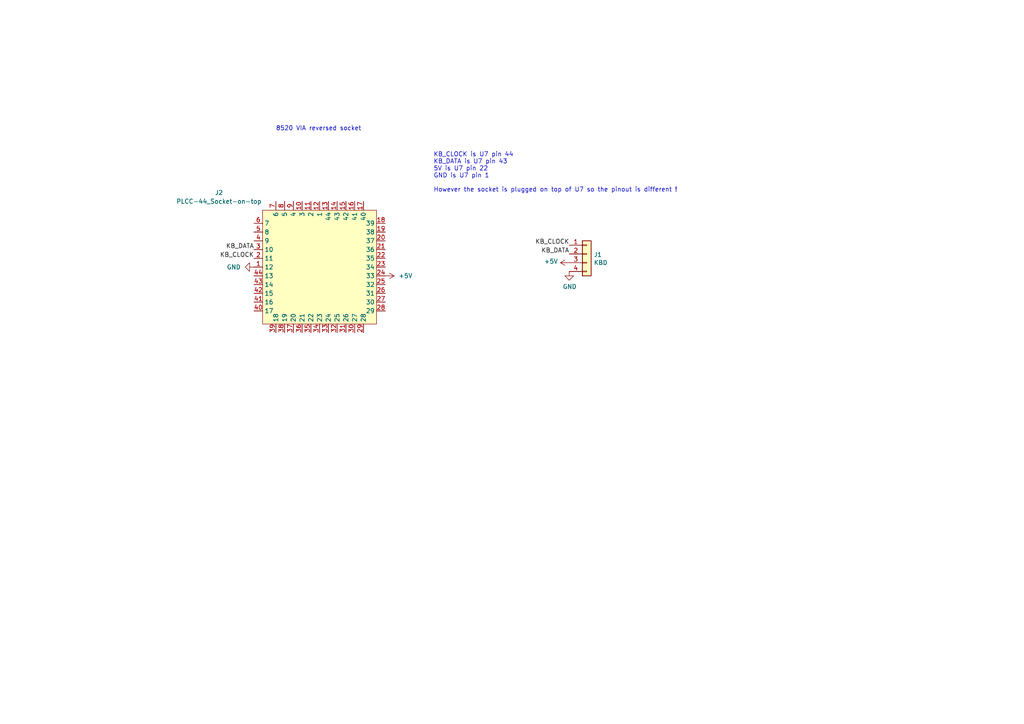
<source format=kicad_sch>
(kicad_sch (version 20211123) (generator eeschema)
  (paper "A4")
  (title_block (title "A600-1200KeyboardSocket") (company "FLACO 2020, licence of this schematic is CC-BY-NC-SA"))
  (lib_symbols
    (symbol "Connector_Generic:Conn_01x04" (pin_names (offset 1.016) hide)
      (property "Reference" "J" (at 0 5.08 0))
      (property "Value" "Conn_01x04" (at 0 -7.62 0))
      (symbol "Conn_01x04_1_1"
        (rectangle (start -1.27 -4.953) (end 0 -5.207) (stroke (width 0.1524)))
        (rectangle (start -1.27 -2.413) (end 0 -2.667) (stroke (width 0.1524)))
        (rectangle (start -1.27 0.127) (end 0 -0.127) (stroke (width 0.1524)))
        (rectangle (start -1.27 2.667) (end 0 2.413) (stroke (width 0.1524)))
        (rectangle (start -1.27 3.81) (end 1.27 -6.35) (stroke (width 0.254)) (fill (type background)))
        (pin passive line (at -5.08 2.54 0) (length 3.81) (name "Pin_1") (number "1"))
        (pin passive line (at -5.08 0 0) (length 3.81) (name "Pin_2") (number "2"))
        (pin passive line (at -5.08 -2.54 0) (length 3.81) (name "Pin_3") (number "3"))
        (pin passive line (at -5.08 -5.08 0) (length 3.81) (name "Pin_4") (number "4"))
      )
    )
    (symbol "Sassa:PLCC-44_Socket-on-top"
      (property "Reference" "J" (at 0 -2.54 0))
      (property "Value" "PLCC-44_Socket-on-top" (at 0 0 0))
      (symbol "PLCC-44_Socket-on-top_0_1"
        (rectangle (start -16.51 16.51) (end 16.51 -16.51) (fill (type background)))
      )
      (symbol "PLCC-44_Socket-on-top_1_1"
        (pin unspecified line (at -19.05 0 0) (length 2.54) (name "12") (number "1"))
        (pin unspecified line (at -5.08 19.05 270) (length 2.54) (name "3") (number "10"))
        (pin unspecified line (at -2.54 19.05 270) (length 2.54) (name "2") (number "11"))
        (pin unspecified line (at 0 19.05 270) (length 2.54) (name "1") (number "12"))
        (pin unspecified line (at 2.54 19.05 270) (length 2.54) (name "44") (number "13"))
        (pin unspecified line (at 5.08 19.05 270) (length 2.54) (name "43") (number "14"))
        (pin unspecified line (at 7.62 19.05 270) (length 2.54) (name "42") (number "15"))
        (pin unspecified line (at 10.16 19.05 270) (length 2.54) (name "41") (number "16"))
        (pin unspecified line (at 12.7 19.05 270) (length 2.54) (name "40") (number "17"))
        (pin unspecified line (at 19.05 12.7 180) (length 2.54) (name "39") (number "18"))
        (pin unspecified line (at 19.05 10.16 180) (length 2.54) (name "38") (number "19"))
        (pin unspecified line (at -19.05 2.54 0) (length 2.54) (name "11") (number "2"))
        (pin unspecified line (at 19.05 7.62 180) (length 2.54) (name "37") (number "20"))
        (pin unspecified line (at 19.05 5.08 180) (length 2.54) (name "36") (number "21"))
        (pin unspecified line (at 19.05 2.54 180) (length 2.54) (name "35") (number "22"))
        (pin unspecified line (at 19.05 0 180) (length 2.54) (name "34") (number "23"))
        (pin unspecified line (at 19.05 -2.54 180) (length 2.54) (name "33") (number "24"))
        (pin unspecified line (at 19.05 -5.08 180) (length 2.54) (name "32") (number "25"))
        (pin unspecified line (at 19.05 -7.62 180) (length 2.54) (name "31") (number "26"))
        (pin unspecified line (at 19.05 -10.16 180) (length 2.54) (name "30") (number "27"))
        (pin unspecified line (at 19.05 -12.7 180) (length 2.54) (name "29") (number "28"))
        (pin unspecified line (at 12.7 -19.05 90) (length 2.54) (name "28") (number "29"))
        (pin unspecified line (at -19.05 5.08 0) (length 2.54) (name "10") (number "3"))
        (pin unspecified line (at 10.16 -19.05 90) (length 2.54) (name "27") (number "30"))
        (pin unspecified line (at 7.62 -19.05 90) (length 2.54) (name "26") (number "31"))
        (pin unspecified line (at 5.08 -19.05 90) (length 2.54) (name "25") (number "32"))
        (pin unspecified line (at 2.54 -19.05 90) (length 2.54) (name "24") (number "33"))
        (pin unspecified line (at 0 -19.05 90) (length 2.54) (name "23") (number "34"))
        (pin unspecified line (at -2.54 -19.05 90) (length 2.54) (name "22") (number "35"))
        (pin unspecified line (at -5.08 -19.05 90) (length 2.54) (name "21") (number "36"))
        (pin unspecified line (at -7.62 -19.05 90) (length 2.54) (name "20") (number "37"))
        (pin unspecified line (at -10.16 -19.05 90) (length 2.54) (name "19") (number "38"))
        (pin unspecified line (at -12.7 -19.05 90) (length 2.54) (name "18") (number "39"))
        (pin unspecified line (at -19.05 7.62 0) (length 2.54) (name "9") (number "4"))
        (pin unspecified line (at -19.05 -12.7 0) (length 2.54) (name "17") (number "40"))
        (pin unspecified line (at -19.05 -10.16 0) (length 2.54) (name "16") (number "41"))
        (pin unspecified line (at -19.05 -7.62 0) (length 2.54) (name "15") (number "42"))
        (pin unspecified line (at -19.05 -5.08 0) (length 2.54) (name "14") (number "43"))
        (pin unspecified line (at -19.05 -2.54 0) (length 2.54) (name "13") (number "44"))
        (pin unspecified line (at -19.05 10.16 0) (length 2.54) (name "8") (number "5"))
        (pin unspecified line (at -19.05 12.7 0) (length 2.54) (name "7") (number "6"))
        (pin unspecified line (at -12.7 19.05 270) (length 2.54) (name "6") (number "7"))
        (pin unspecified line (at -10.16 19.05 270) (length 2.54) (name "5") (number "8"))
        (pin unspecified line (at -7.62 19.05 270) (length 2.54) (name "4") (number "9"))
      )
    )
    (symbol "power:+5V" (power) (pin_names (offset 0))
      (property "Value" "+5V" (at 0 3.556 0))
      (symbol "+5V_0_1"
        (polyline (pts (xy -0.762 1.27) (xy 0 2.54)))
        (polyline (pts (xy 0 0) (xy 0 2.54)))
        (polyline (pts (xy 0 2.54) (xy 0.762 1.27)))
      )
      (symbol "+5V_1_1"
        (pin power_in line (at 0 0 90) (length 0) hide (name "+5V") (number "1"))
      )
    )
    (symbol "power:GND" (power) (pin_names (offset 0))
      (property "Value" "GND" (at 0 -3.81 0))
      (symbol "GND_0_1"
        (polyline (pts (xy 0 0) (xy 0 -1.27) (xy 1.27 -1.27) (xy 0 -2.54) (xy -1.27 -1.27) (xy 0 -1.27)))
      )
      (symbol "GND_1_1"
        (pin power_in line (at 0 0 270) (length 0) hide (name "GND") (number "1"))
      )
    )
  )
  (text "KB_CLOCK is U7 pin 44\nKB_DATA is U7 pin 43\n5V is U7 pin 22\nGND is U7 pin 1\n\nHowever the socket is plugged on top of U7 so the pinout is different !" (at 125.73 55.88 0) (effects (font (size 1.27 1.27)) (justify left bottom)))
  (text "8520 VIA reversed socket" (at 80.01 38.1 0) (effects (font (size 1.27 1.27)) (justify left bottom)))
  (label "KB_DATA" (at 165.1 73.66 180))
  (label "KB_CLOCK" (at 73.66 74.93 180))
  (label "KB_CLOCK" (at 165.1 71.12 180))
  (label "KB_DATA" (at 73.66 72.39 180))
  (symbol (lib_id "Connector_Generic:Conn_01x04") (at 170.18 73.66 0) (unit 1)
    (property "Reference" "J1" (at 172.212 73.8632 0) (effects (justify left)))
    (property "Value" "KBD" (at 172.212 76.1746 0) (effects (justify left)))
    (property "Footprint" "Connector_PinHeader_2.54mm:PinHeader_1x04_P2.54mm_Vertical" (effects hide))
  )
  (symbol (lib_id "power:+5V") (at 165.1 76.2 90) (unit 1)
    (property "Reference" "#PWR03" (effects hide))
    (property "Value" "+5V" (at 161.8488 75.819 90) (effects (justify left)))
  )
  (symbol (lib_id "power:GND") (at 165.1 78.74 0) (unit 1)
    (property "Reference" "#PWR04" (effects hide))
    (property "Value" "GND" (at 165.227 83.1342 0))
  )
  (symbol (lib_id "Sassa:PLCC-44_Socket-on-top") (at 92.71 77.47 0) (unit 1)
    (property "Reference" "J2" (at 63.5 55.88 0))
    (property "Value" "PLCC-44_Socket-on-top" (at 63.5 58.42 0))
    (property "Footprint" "Package_LCC:PLCC-44_THT-Socket" (effects hide))
  )
  (symbol (lib_id "power:GND") (at 73.66 77.47 270) (unit 1)
    (property "Reference" "#PWR01" (effects hide))
    (property "Value" "GND" (at 69.85 77.4699 90) (effects (justify right)))
  )
  (symbol (lib_id "power:+5V") (at 111.76 80.01 270) (unit 1)
    (property "Reference" "#PWR02" (effects hide))
    (property "Value" "+5V" (at 115.57 80.0099 90) (effects (justify left)))
  )
)
</source>
